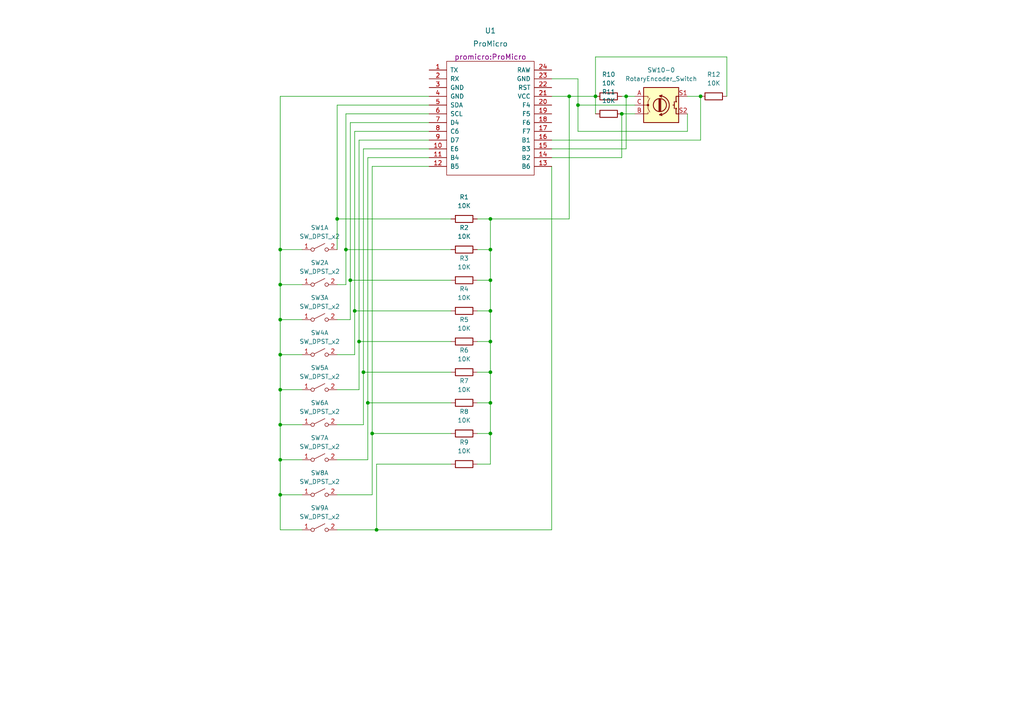
<source format=kicad_sch>
(kicad_sch (version 20211123) (generator eeschema)

  (uuid e63e39d7-6ac0-4ffd-8aa3-1841a4541b55)

  (paper "A4")

  (lib_symbols
    (symbol "Device:R" (pin_numbers hide) (pin_names (offset 0)) (in_bom yes) (on_board yes)
      (property "Reference" "R" (id 0) (at 2.032 0 90)
        (effects (font (size 1.27 1.27)))
      )
      (property "Value" "R" (id 1) (at 0 0 90)
        (effects (font (size 1.27 1.27)))
      )
      (property "Footprint" "" (id 2) (at -1.778 0 90)
        (effects (font (size 1.27 1.27)) hide)
      )
      (property "Datasheet" "~" (id 3) (at 0 0 0)
        (effects (font (size 1.27 1.27)) hide)
      )
      (property "ki_keywords" "R res resistor" (id 4) (at 0 0 0)
        (effects (font (size 1.27 1.27)) hide)
      )
      (property "ki_description" "Resistor" (id 5) (at 0 0 0)
        (effects (font (size 1.27 1.27)) hide)
      )
      (property "ki_fp_filters" "R_*" (id 6) (at 0 0 0)
        (effects (font (size 1.27 1.27)) hide)
      )
      (symbol "R_0_1"
        (rectangle (start -1.016 -2.54) (end 1.016 2.54)
          (stroke (width 0.254) (type default) (color 0 0 0 0))
          (fill (type none))
        )
      )
      (symbol "R_1_1"
        (pin passive line (at 0 3.81 270) (length 1.27)
          (name "~" (effects (font (size 1.27 1.27))))
          (number "1" (effects (font (size 1.27 1.27))))
        )
        (pin passive line (at 0 -3.81 90) (length 1.27)
          (name "~" (effects (font (size 1.27 1.27))))
          (number "2" (effects (font (size 1.27 1.27))))
        )
      )
    )
    (symbol "Device:RotaryEncoder_Switch" (pin_names (offset 0.254) hide) (in_bom yes) (on_board yes)
      (property "Reference" "SW" (id 0) (at 0 6.604 0)
        (effects (font (size 1.27 1.27)))
      )
      (property "Value" "RotaryEncoder_Switch" (id 1) (at 0 -6.604 0)
        (effects (font (size 1.27 1.27)))
      )
      (property "Footprint" "" (id 2) (at -3.81 4.064 0)
        (effects (font (size 1.27 1.27)) hide)
      )
      (property "Datasheet" "~" (id 3) (at 0 6.604 0)
        (effects (font (size 1.27 1.27)) hide)
      )
      (property "ki_keywords" "rotary switch encoder switch push button" (id 4) (at 0 0 0)
        (effects (font (size 1.27 1.27)) hide)
      )
      (property "ki_description" "Rotary encoder, dual channel, incremental quadrate outputs, with switch" (id 5) (at 0 0 0)
        (effects (font (size 1.27 1.27)) hide)
      )
      (property "ki_fp_filters" "RotaryEncoder*Switch*" (id 6) (at 0 0 0)
        (effects (font (size 1.27 1.27)) hide)
      )
      (symbol "RotaryEncoder_Switch_0_1"
        (rectangle (start -5.08 5.08) (end 5.08 -5.08)
          (stroke (width 0.254) (type default) (color 0 0 0 0))
          (fill (type background))
        )
        (circle (center -3.81 0) (radius 0.254)
          (stroke (width 0) (type default) (color 0 0 0 0))
          (fill (type outline))
        )
        (arc (start -0.381 -2.794) (mid 2.3622 -0.0635) (end -0.381 2.667)
          (stroke (width 0.254) (type default) (color 0 0 0 0))
          (fill (type none))
        )
        (circle (center -0.381 0) (radius 1.905)
          (stroke (width 0.254) (type default) (color 0 0 0 0))
          (fill (type none))
        )
        (polyline
          (pts
            (xy -0.635 -1.778)
            (xy -0.635 1.778)
          )
          (stroke (width 0.254) (type default) (color 0 0 0 0))
          (fill (type none))
        )
        (polyline
          (pts
            (xy -0.381 -1.778)
            (xy -0.381 1.778)
          )
          (stroke (width 0.254) (type default) (color 0 0 0 0))
          (fill (type none))
        )
        (polyline
          (pts
            (xy -0.127 1.778)
            (xy -0.127 -1.778)
          )
          (stroke (width 0.254) (type default) (color 0 0 0 0))
          (fill (type none))
        )
        (polyline
          (pts
            (xy 3.81 0)
            (xy 3.429 0)
          )
          (stroke (width 0.254) (type default) (color 0 0 0 0))
          (fill (type none))
        )
        (polyline
          (pts
            (xy 3.81 1.016)
            (xy 3.81 -1.016)
          )
          (stroke (width 0.254) (type default) (color 0 0 0 0))
          (fill (type none))
        )
        (polyline
          (pts
            (xy -5.08 -2.54)
            (xy -3.81 -2.54)
            (xy -3.81 -2.032)
          )
          (stroke (width 0) (type default) (color 0 0 0 0))
          (fill (type none))
        )
        (polyline
          (pts
            (xy -5.08 2.54)
            (xy -3.81 2.54)
            (xy -3.81 2.032)
          )
          (stroke (width 0) (type default) (color 0 0 0 0))
          (fill (type none))
        )
        (polyline
          (pts
            (xy 0.254 -3.048)
            (xy -0.508 -2.794)
            (xy 0.127 -2.413)
          )
          (stroke (width 0.254) (type default) (color 0 0 0 0))
          (fill (type none))
        )
        (polyline
          (pts
            (xy 0.254 2.921)
            (xy -0.508 2.667)
            (xy 0.127 2.286)
          )
          (stroke (width 0.254) (type default) (color 0 0 0 0))
          (fill (type none))
        )
        (polyline
          (pts
            (xy 5.08 -2.54)
            (xy 4.318 -2.54)
            (xy 4.318 -1.016)
          )
          (stroke (width 0.254) (type default) (color 0 0 0 0))
          (fill (type none))
        )
        (polyline
          (pts
            (xy 5.08 2.54)
            (xy 4.318 2.54)
            (xy 4.318 1.016)
          )
          (stroke (width 0.254) (type default) (color 0 0 0 0))
          (fill (type none))
        )
        (polyline
          (pts
            (xy -5.08 0)
            (xy -3.81 0)
            (xy -3.81 -1.016)
            (xy -3.302 -2.032)
          )
          (stroke (width 0) (type default) (color 0 0 0 0))
          (fill (type none))
        )
        (polyline
          (pts
            (xy -4.318 0)
            (xy -3.81 0)
            (xy -3.81 1.016)
            (xy -3.302 2.032)
          )
          (stroke (width 0) (type default) (color 0 0 0 0))
          (fill (type none))
        )
        (circle (center 4.318 -1.016) (radius 0.127)
          (stroke (width 0.254) (type default) (color 0 0 0 0))
          (fill (type none))
        )
        (circle (center 4.318 1.016) (radius 0.127)
          (stroke (width 0.254) (type default) (color 0 0 0 0))
          (fill (type none))
        )
      )
      (symbol "RotaryEncoder_Switch_1_1"
        (pin passive line (at -7.62 2.54 0) (length 2.54)
          (name "A" (effects (font (size 1.27 1.27))))
          (number "A" (effects (font (size 1.27 1.27))))
        )
        (pin passive line (at -7.62 -2.54 0) (length 2.54)
          (name "B" (effects (font (size 1.27 1.27))))
          (number "B" (effects (font (size 1.27 1.27))))
        )
        (pin passive line (at -7.62 0 0) (length 2.54)
          (name "C" (effects (font (size 1.27 1.27))))
          (number "C" (effects (font (size 1.27 1.27))))
        )
        (pin passive line (at 7.62 2.54 180) (length 2.54)
          (name "S1" (effects (font (size 1.27 1.27))))
          (number "S1" (effects (font (size 1.27 1.27))))
        )
        (pin passive line (at 7.62 -2.54 180) (length 2.54)
          (name "S2" (effects (font (size 1.27 1.27))))
          (number "S2" (effects (font (size 1.27 1.27))))
        )
      )
    )
    (symbol "Switch:SW_DPST_x2" (pin_names (offset 0) hide) (in_bom yes) (on_board yes)
      (property "Reference" "SW" (id 0) (at 0 3.175 0)
        (effects (font (size 1.27 1.27)))
      )
      (property "Value" "SW_DPST_x2" (id 1) (at 0 -2.54 0)
        (effects (font (size 1.27 1.27)))
      )
      (property "Footprint" "" (id 2) (at 0 0 0)
        (effects (font (size 1.27 1.27)) hide)
      )
      (property "Datasheet" "~" (id 3) (at 0 0 0)
        (effects (font (size 1.27 1.27)) hide)
      )
      (property "ki_keywords" "switch lever" (id 4) (at 0 0 0)
        (effects (font (size 1.27 1.27)) hide)
      )
      (property "ki_description" "Single Pole Single Throw (SPST) switch, separate symbol" (id 5) (at 0 0 0)
        (effects (font (size 1.27 1.27)) hide)
      )
      (symbol "SW_DPST_x2_0_0"
        (circle (center -2.032 0) (radius 0.508)
          (stroke (width 0) (type default) (color 0 0 0 0))
          (fill (type none))
        )
        (polyline
          (pts
            (xy -1.524 0.254)
            (xy 1.524 1.778)
          )
          (stroke (width 0) (type default) (color 0 0 0 0))
          (fill (type none))
        )
        (circle (center 2.032 0) (radius 0.508)
          (stroke (width 0) (type default) (color 0 0 0 0))
          (fill (type none))
        )
      )
      (symbol "SW_DPST_x2_1_1"
        (pin passive line (at -5.08 0 0) (length 2.54)
          (name "A" (effects (font (size 1.27 1.27))))
          (number "1" (effects (font (size 1.27 1.27))))
        )
        (pin passive line (at 5.08 0 180) (length 2.54)
          (name "B" (effects (font (size 1.27 1.27))))
          (number "2" (effects (font (size 1.27 1.27))))
        )
      )
      (symbol "SW_DPST_x2_2_1"
        (pin passive line (at -5.08 0 0) (length 2.54)
          (name "A" (effects (font (size 1.27 1.27))))
          (number "3" (effects (font (size 1.27 1.27))))
        )
        (pin passive line (at 5.08 0 180) (length 2.54)
          (name "B" (effects (font (size 1.27 1.27))))
          (number "4" (effects (font (size 1.27 1.27))))
        )
      )
    )
    (symbol "promicro:ProMicro" (pin_names (offset 1.016)) (in_bom yes) (on_board yes)
      (property "Reference" "U" (id 0) (at 0 24.13 0)
        (effects (font (size 1.524 1.524)))
      )
      (property "Value" "ProMicro" (id 1) (at 0 -13.97 0)
        (effects (font (size 1.524 1.524)))
      )
      (property "Footprint" "" (id 2) (at 2.54 -26.67 0)
        (effects (font (size 1.524 1.524)))
      )
      (property "Datasheet" "" (id 3) (at 2.54 -26.67 0)
        (effects (font (size 1.524 1.524)))
      )
      (symbol "ProMicro_0_1"
        (rectangle (start -12.7 21.59) (end 12.7 -11.43)
          (stroke (width 0) (type default) (color 0 0 0 0))
          (fill (type none))
        )
      )
      (symbol "ProMicro_1_1"
        (pin bidirectional line (at -17.78 19.05 0) (length 5.08)
          (name "TX" (effects (font (size 1.27 1.27))))
          (number "1" (effects (font (size 1.27 1.27))))
        )
        (pin bidirectional line (at -17.78 -3.81 0) (length 5.08)
          (name "E6" (effects (font (size 1.27 1.27))))
          (number "10" (effects (font (size 1.27 1.27))))
        )
        (pin bidirectional line (at -17.78 -6.35 0) (length 5.08)
          (name "B4" (effects (font (size 1.27 1.27))))
          (number "11" (effects (font (size 1.27 1.27))))
        )
        (pin bidirectional line (at -17.78 -8.89 0) (length 5.08)
          (name "B5" (effects (font (size 1.27 1.27))))
          (number "12" (effects (font (size 1.27 1.27))))
        )
        (pin bidirectional line (at 17.78 -8.89 180) (length 5.08)
          (name "B6" (effects (font (size 1.27 1.27))))
          (number "13" (effects (font (size 1.27 1.27))))
        )
        (pin bidirectional line (at 17.78 -6.35 180) (length 5.08)
          (name "B2" (effects (font (size 1.27 1.27))))
          (number "14" (effects (font (size 1.27 1.27))))
        )
        (pin bidirectional line (at 17.78 -3.81 180) (length 5.08)
          (name "B3" (effects (font (size 1.27 1.27))))
          (number "15" (effects (font (size 1.27 1.27))))
        )
        (pin bidirectional line (at 17.78 -1.27 180) (length 5.08)
          (name "B1" (effects (font (size 1.27 1.27))))
          (number "16" (effects (font (size 1.27 1.27))))
        )
        (pin bidirectional line (at 17.78 1.27 180) (length 5.08)
          (name "F7" (effects (font (size 1.27 1.27))))
          (number "17" (effects (font (size 1.27 1.27))))
        )
        (pin bidirectional line (at 17.78 3.81 180) (length 5.08)
          (name "F6" (effects (font (size 1.27 1.27))))
          (number "18" (effects (font (size 1.27 1.27))))
        )
        (pin bidirectional line (at 17.78 6.35 180) (length 5.08)
          (name "F5" (effects (font (size 1.27 1.27))))
          (number "19" (effects (font (size 1.27 1.27))))
        )
        (pin bidirectional line (at -17.78 16.51 0) (length 5.08)
          (name "RX" (effects (font (size 1.27 1.27))))
          (number "2" (effects (font (size 1.27 1.27))))
        )
        (pin bidirectional line (at 17.78 8.89 180) (length 5.08)
          (name "F4" (effects (font (size 1.27 1.27))))
          (number "20" (effects (font (size 1.27 1.27))))
        )
        (pin power_in line (at 17.78 11.43 180) (length 5.08)
          (name "VCC" (effects (font (size 1.27 1.27))))
          (number "21" (effects (font (size 1.27 1.27))))
        )
        (pin input line (at 17.78 13.97 180) (length 5.08)
          (name "RST" (effects (font (size 1.27 1.27))))
          (number "22" (effects (font (size 1.27 1.27))))
        )
        (pin power_in line (at 17.78 16.51 180) (length 5.08)
          (name "GND" (effects (font (size 1.27 1.27))))
          (number "23" (effects (font (size 1.27 1.27))))
        )
        (pin power_out line (at 17.78 19.05 180) (length 5.08)
          (name "RAW" (effects (font (size 1.27 1.27))))
          (number "24" (effects (font (size 1.27 1.27))))
        )
        (pin power_in line (at -17.78 13.97 0) (length 5.08)
          (name "GND" (effects (font (size 1.27 1.27))))
          (number "3" (effects (font (size 1.27 1.27))))
        )
        (pin power_in line (at -17.78 11.43 0) (length 5.08)
          (name "GND" (effects (font (size 1.27 1.27))))
          (number "4" (effects (font (size 1.27 1.27))))
        )
        (pin bidirectional line (at -17.78 8.89 0) (length 5.08)
          (name "SDA" (effects (font (size 1.27 1.27))))
          (number "5" (effects (font (size 1.27 1.27))))
        )
        (pin bidirectional line (at -17.78 6.35 0) (length 5.08)
          (name "SCL" (effects (font (size 1.27 1.27))))
          (number "6" (effects (font (size 1.27 1.27))))
        )
        (pin bidirectional line (at -17.78 3.81 0) (length 5.08)
          (name "D4" (effects (font (size 1.27 1.27))))
          (number "7" (effects (font (size 1.27 1.27))))
        )
        (pin bidirectional line (at -17.78 1.27 0) (length 5.08)
          (name "C6" (effects (font (size 1.27 1.27))))
          (number "8" (effects (font (size 1.27 1.27))))
        )
        (pin bidirectional line (at -17.78 -1.27 0) (length 5.08)
          (name "D7" (effects (font (size 1.27 1.27))))
          (number "9" (effects (font (size 1.27 1.27))))
        )
      )
    )
  )

  (junction (at 81.28 72.39) (diameter 0) (color 0 0 0 0)
    (uuid 0f379501-dbfe-46ba-b48f-3144e3d40e31)
  )
  (junction (at 81.28 113.03) (diameter 0) (color 0 0 0 0)
    (uuid 100714f2-46d2-4fe8-983c-b966d5be805f)
  )
  (junction (at 100.33 72.39) (diameter 0) (color 0 0 0 0)
    (uuid 1b758ff6-2632-492f-978c-96ed63d316f5)
  )
  (junction (at 81.28 82.55) (diameter 0) (color 0 0 0 0)
    (uuid 1ba69eb5-48fc-41fa-9c9e-17c417037982)
  )
  (junction (at 107.95 125.73) (diameter 0) (color 0 0 0 0)
    (uuid 22aba72c-02db-47ed-9ff7-85375ce8975c)
  )
  (junction (at 81.28 102.87) (diameter 0) (color 0 0 0 0)
    (uuid 25f5d96e-7056-4dd6-ab4e-87e3b2edc0e3)
  )
  (junction (at 203.2 27.94) (diameter 0) (color 0 0 0 0)
    (uuid 273425be-f7ba-4db1-aa79-f06e767cfae1)
  )
  (junction (at 106.68 116.84) (diameter 0) (color 0 0 0 0)
    (uuid 28fbd935-d191-4eaa-9e70-938fbe9cfe38)
  )
  (junction (at 142.24 81.28) (diameter 0) (color 0 0 0 0)
    (uuid 29c1570b-e9fb-4f6e-961c-18d54d635d31)
  )
  (junction (at 142.24 116.84) (diameter 0) (color 0 0 0 0)
    (uuid 3347ec42-a529-44b1-91a2-1e95bebfce25)
  )
  (junction (at 142.24 107.95) (diameter 0) (color 0 0 0 0)
    (uuid 3382af61-6965-4d48-bd3e-57079d6e92f1)
  )
  (junction (at 167.64 30.48) (diameter 0) (color 0 0 0 0)
    (uuid 49b2453e-2f99-4524-a116-4d745bc891c4)
  )
  (junction (at 97.79 63.5) (diameter 0) (color 0 0 0 0)
    (uuid 49d69692-8373-423b-8dad-0dd3fc5bb170)
  )
  (junction (at 142.24 63.5) (diameter 0) (color 0 0 0 0)
    (uuid 55bb8334-48d9-4784-b2e1-84f98574185a)
  )
  (junction (at 102.87 90.17) (diameter 0) (color 0 0 0 0)
    (uuid 5bc4f9f7-36f7-46f4-82da-6ed4101b5bfb)
  )
  (junction (at 172.72 27.94) (diameter 0) (color 0 0 0 0)
    (uuid 66225c18-3a77-40df-8891-9785bbb6f8d0)
  )
  (junction (at 180.34 33.02) (diameter 0) (color 0 0 0 0)
    (uuid 6c04f682-2e74-4a5e-98f7-6234c9493af6)
  )
  (junction (at 109.22 153.67) (diameter 0) (color 0 0 0 0)
    (uuid 6d42e35c-ebe2-4214-b717-a283c8bacf1a)
  )
  (junction (at 101.6 81.28) (diameter 0) (color 0 0 0 0)
    (uuid 72419c2e-2587-4d8b-b47b-53b0ee5ee47b)
  )
  (junction (at 81.28 133.35) (diameter 0) (color 0 0 0 0)
    (uuid 86ed88ec-dfeb-4d02-b0f8-15627cbb4282)
  )
  (junction (at 142.24 125.73) (diameter 0) (color 0 0 0 0)
    (uuid 996a6864-483d-43ba-9e2d-58ca89a16293)
  )
  (junction (at 142.24 90.17) (diameter 0) (color 0 0 0 0)
    (uuid 9e5806d1-7ab9-4c0e-90c4-3b5eac55b835)
  )
  (junction (at 81.28 92.71) (diameter 0) (color 0 0 0 0)
    (uuid ae738c3e-46f0-4c67-891a-9c341a1f005a)
  )
  (junction (at 142.24 99.06) (diameter 0) (color 0 0 0 0)
    (uuid b0bb1726-f239-434b-9021-eff838be9153)
  )
  (junction (at 81.28 123.19) (diameter 0) (color 0 0 0 0)
    (uuid b1f3fa0d-0825-487e-b682-c22c21aa3bb1)
  )
  (junction (at 81.28 143.51) (diameter 0) (color 0 0 0 0)
    (uuid c1b39780-cf6b-44eb-8a62-13dfb1924565)
  )
  (junction (at 105.41 107.95) (diameter 0) (color 0 0 0 0)
    (uuid d0f64a27-5d00-45c3-8057-f30e7d9b6a78)
  )
  (junction (at 104.14 99.06) (diameter 0) (color 0 0 0 0)
    (uuid e1e8c73a-f328-4e68-8158-83b8afa834ee)
  )
  (junction (at 181.61 27.94) (diameter 0) (color 0 0 0 0)
    (uuid eaec849c-2851-496e-881c-35a173c2a609)
  )
  (junction (at 142.24 72.39) (diameter 0) (color 0 0 0 0)
    (uuid eec0a482-a605-497d-92b7-85ceff77df3a)
  )
  (junction (at 165.1 27.94) (diameter 0) (color 0 0 0 0)
    (uuid f8c2bdc8-0f14-44b8-96a1-6b3ede9c5b64)
  )

  (wire (pts (xy 81.28 102.87) (xy 87.63 102.87))
    (stroke (width 0) (type default) (color 0 0 0 0))
    (uuid 0b0bf0e4-2786-480b-a7e8-8d03dfc027b0)
  )
  (wire (pts (xy 81.28 27.94) (xy 81.28 72.39))
    (stroke (width 0) (type default) (color 0 0 0 0))
    (uuid 0d47398f-8878-4275-924e-347919564fd6)
  )
  (wire (pts (xy 160.02 27.94) (xy 165.1 27.94))
    (stroke (width 0) (type default) (color 0 0 0 0))
    (uuid 0e63b972-d5c8-477d-a940-5d00a51bfd6f)
  )
  (wire (pts (xy 124.46 40.64) (xy 104.14 40.64))
    (stroke (width 0) (type default) (color 0 0 0 0))
    (uuid 0f171598-2f34-4ff9-b7ea-150b033c8580)
  )
  (wire (pts (xy 142.24 107.95) (xy 138.43 107.95))
    (stroke (width 0) (type default) (color 0 0 0 0))
    (uuid 16ea7251-4ceb-4b47-9fbb-1d53c9e33225)
  )
  (wire (pts (xy 106.68 45.72) (xy 106.68 116.84))
    (stroke (width 0) (type default) (color 0 0 0 0))
    (uuid 182f6f77-a9fe-4c14-b7d9-d5c831af7189)
  )
  (wire (pts (xy 130.81 99.06) (xy 104.14 99.06))
    (stroke (width 0) (type default) (color 0 0 0 0))
    (uuid 19f98502-c2bd-4803-b464-bc8246d1d53b)
  )
  (wire (pts (xy 142.24 90.17) (xy 142.24 99.06))
    (stroke (width 0) (type default) (color 0 0 0 0))
    (uuid 20a148a4-15a7-420c-bdc3-2f95998fbb83)
  )
  (wire (pts (xy 203.2 40.64) (xy 160.02 40.64))
    (stroke (width 0) (type default) (color 0 0 0 0))
    (uuid 216dc44c-ceef-4d91-9cc5-f60b3122b7c2)
  )
  (wire (pts (xy 142.24 72.39) (xy 142.24 81.28))
    (stroke (width 0) (type default) (color 0 0 0 0))
    (uuid 22f3eb59-fb1b-448c-9ffb-29f669c671a7)
  )
  (wire (pts (xy 142.24 99.06) (xy 138.43 99.06))
    (stroke (width 0) (type default) (color 0 0 0 0))
    (uuid 2342f66d-47aa-4805-8305-bf5f6376bbad)
  )
  (wire (pts (xy 160.02 43.18) (xy 181.61 43.18))
    (stroke (width 0) (type default) (color 0 0 0 0))
    (uuid 2403b032-669d-452b-9e80-9b5bf117cbe6)
  )
  (wire (pts (xy 142.24 90.17) (xy 138.43 90.17))
    (stroke (width 0) (type default) (color 0 0 0 0))
    (uuid 24ab3db3-4bf8-4642-afe6-567746197d2d)
  )
  (wire (pts (xy 142.24 125.73) (xy 138.43 125.73))
    (stroke (width 0) (type default) (color 0 0 0 0))
    (uuid 2636e430-26f7-400f-a22c-1fc1a0b8b371)
  )
  (wire (pts (xy 124.46 45.72) (xy 106.68 45.72))
    (stroke (width 0) (type default) (color 0 0 0 0))
    (uuid 26bd3944-22a4-4489-972b-4130b55b2c67)
  )
  (wire (pts (xy 160.02 22.86) (xy 167.64 22.86))
    (stroke (width 0) (type default) (color 0 0 0 0))
    (uuid 28398cb5-fef2-41eb-a21c-bee9a02733ab)
  )
  (wire (pts (xy 107.95 125.73) (xy 107.95 143.51))
    (stroke (width 0) (type default) (color 0 0 0 0))
    (uuid 29495647-b531-400c-a4ca-7041f55e5364)
  )
  (wire (pts (xy 130.81 134.62) (xy 109.22 134.62))
    (stroke (width 0) (type default) (color 0 0 0 0))
    (uuid 2d680df1-78b8-4108-85fd-89197dcf450e)
  )
  (wire (pts (xy 81.28 123.19) (xy 87.63 123.19))
    (stroke (width 0) (type default) (color 0 0 0 0))
    (uuid 2db00a1a-bce0-4569-8496-997763523885)
  )
  (wire (pts (xy 160.02 153.67) (xy 109.22 153.67))
    (stroke (width 0) (type default) (color 0 0 0 0))
    (uuid 2e1f98d4-071c-4d57-abe0-66ca767b249b)
  )
  (wire (pts (xy 109.22 153.67) (xy 97.79 153.67))
    (stroke (width 0) (type default) (color 0 0 0 0))
    (uuid 2f484fef-00fa-43b9-a4dd-db5c1c5f433b)
  )
  (wire (pts (xy 81.28 82.55) (xy 81.28 92.71))
    (stroke (width 0) (type default) (color 0 0 0 0))
    (uuid 31337735-4f46-4695-a865-9a474f3468c1)
  )
  (wire (pts (xy 124.46 27.94) (xy 81.28 27.94))
    (stroke (width 0) (type default) (color 0 0 0 0))
    (uuid 346203ad-8d3c-41b3-be09-dc03c501cb6a)
  )
  (wire (pts (xy 104.14 99.06) (xy 104.14 113.03))
    (stroke (width 0) (type default) (color 0 0 0 0))
    (uuid 35eca401-17b8-4ffe-a8d6-ec409d9ee5cb)
  )
  (wire (pts (xy 106.68 133.35) (xy 97.79 133.35))
    (stroke (width 0) (type default) (color 0 0 0 0))
    (uuid 396db613-efc7-4447-bde9-69d172eacc36)
  )
  (wire (pts (xy 124.46 48.26) (xy 107.95 48.26))
    (stroke (width 0) (type default) (color 0 0 0 0))
    (uuid 39ccd2f3-53c3-414a-a7d9-64040c6a6989)
  )
  (wire (pts (xy 109.22 134.62) (xy 109.22 153.67))
    (stroke (width 0) (type default) (color 0 0 0 0))
    (uuid 3d66a48e-ea93-4bbd-b659-2e4af10d3e4e)
  )
  (wire (pts (xy 101.6 92.71) (xy 97.79 92.71))
    (stroke (width 0) (type default) (color 0 0 0 0))
    (uuid 3e83b1a8-d800-4b89-a368-ba6b2517a5e2)
  )
  (wire (pts (xy 142.24 63.5) (xy 142.24 72.39))
    (stroke (width 0) (type default) (color 0 0 0 0))
    (uuid 3fcc725a-211f-4292-86b5-468f7d1ec9eb)
  )
  (wire (pts (xy 181.61 27.94) (xy 181.61 43.18))
    (stroke (width 0) (type default) (color 0 0 0 0))
    (uuid 44b63989-578a-4baa-b0b0-8788431e3f25)
  )
  (wire (pts (xy 142.24 116.84) (xy 138.43 116.84))
    (stroke (width 0) (type default) (color 0 0 0 0))
    (uuid 491919d9-815c-4b25-8deb-e7da7f70ec69)
  )
  (wire (pts (xy 142.24 107.95) (xy 142.24 116.84))
    (stroke (width 0) (type default) (color 0 0 0 0))
    (uuid 4c589b5a-faa0-46a3-b074-a25e6ca23bc2)
  )
  (wire (pts (xy 130.81 90.17) (xy 102.87 90.17))
    (stroke (width 0) (type default) (color 0 0 0 0))
    (uuid 4d6ec750-3206-4639-8ccc-a247fce34c1a)
  )
  (wire (pts (xy 142.24 125.73) (xy 142.24 134.62))
    (stroke (width 0) (type default) (color 0 0 0 0))
    (uuid 4e0075f4-41b2-47ed-a74a-3a8a3128b27e)
  )
  (wire (pts (xy 81.28 133.35) (xy 81.28 143.51))
    (stroke (width 0) (type default) (color 0 0 0 0))
    (uuid 4f6643b2-c971-4fa7-9c1b-5b83a5cb095c)
  )
  (wire (pts (xy 124.46 30.48) (xy 97.79 30.48))
    (stroke (width 0) (type default) (color 0 0 0 0))
    (uuid 506d824a-d9f4-4cdd-a7da-a942311f38a6)
  )
  (wire (pts (xy 180.34 33.02) (xy 184.15 33.02))
    (stroke (width 0) (type default) (color 0 0 0 0))
    (uuid 522d64a7-12e1-4f93-938c-71bc11a8f673)
  )
  (wire (pts (xy 130.81 125.73) (xy 107.95 125.73))
    (stroke (width 0) (type default) (color 0 0 0 0))
    (uuid 53f4504c-ff6c-46c6-bd11-01e97929bf28)
  )
  (wire (pts (xy 160.02 48.26) (xy 160.02 153.67))
    (stroke (width 0) (type default) (color 0 0 0 0))
    (uuid 5545dac3-ca33-41b2-a747-961cdd986c16)
  )
  (wire (pts (xy 124.46 43.18) (xy 105.41 43.18))
    (stroke (width 0) (type default) (color 0 0 0 0))
    (uuid 57868cdf-2e40-4a52-ba54-0c4ebd620d38)
  )
  (wire (pts (xy 124.46 33.02) (xy 100.33 33.02))
    (stroke (width 0) (type default) (color 0 0 0 0))
    (uuid 5821df74-733b-4266-b918-8d568979e41a)
  )
  (wire (pts (xy 97.79 63.5) (xy 97.79 72.39))
    (stroke (width 0) (type default) (color 0 0 0 0))
    (uuid 5c91847a-1797-41df-a9a0-980e75d75449)
  )
  (wire (pts (xy 180.34 33.02) (xy 180.34 45.72))
    (stroke (width 0) (type default) (color 0 0 0 0))
    (uuid 5d8c5a12-be1a-4ab8-8999-1d75e1cbd842)
  )
  (wire (pts (xy 102.87 102.87) (xy 97.79 102.87))
    (stroke (width 0) (type default) (color 0 0 0 0))
    (uuid 6318fc27-c391-4fde-975c-3ea2104a6f3b)
  )
  (wire (pts (xy 142.24 81.28) (xy 138.43 81.28))
    (stroke (width 0) (type default) (color 0 0 0 0))
    (uuid 6609aaa0-871f-4933-8162-0cc8ffaa98d7)
  )
  (wire (pts (xy 81.28 72.39) (xy 81.28 82.55))
    (stroke (width 0) (type default) (color 0 0 0 0))
    (uuid 6742b134-6982-4dc2-be8d-32711cd44456)
  )
  (wire (pts (xy 97.79 63.5) (xy 130.81 63.5))
    (stroke (width 0) (type default) (color 0 0 0 0))
    (uuid 674af07a-650d-4514-bf09-da429f890f3b)
  )
  (wire (pts (xy 105.41 123.19) (xy 97.79 123.19))
    (stroke (width 0) (type default) (color 0 0 0 0))
    (uuid 6de7ffc4-55b5-47d3-b996-66620e13fc8c)
  )
  (wire (pts (xy 165.1 27.94) (xy 172.72 27.94))
    (stroke (width 0) (type default) (color 0 0 0 0))
    (uuid 6fee9d9c-f0c8-4edf-980b-473836d5c178)
  )
  (wire (pts (xy 167.64 38.1) (xy 199.39 38.1))
    (stroke (width 0) (type default) (color 0 0 0 0))
    (uuid 75156c9f-afa5-4a38-a408-1025512da63d)
  )
  (wire (pts (xy 180.34 45.72) (xy 160.02 45.72))
    (stroke (width 0) (type default) (color 0 0 0 0))
    (uuid 7806c353-cc7d-46f9-a09b-7740aed099b7)
  )
  (wire (pts (xy 165.1 63.5) (xy 142.24 63.5))
    (stroke (width 0) (type default) (color 0 0 0 0))
    (uuid 78d88c1f-eebc-4e38-b7b8-559a12c2b5ca)
  )
  (wire (pts (xy 199.39 27.94) (xy 203.2 27.94))
    (stroke (width 0) (type default) (color 0 0 0 0))
    (uuid 7904c9d5-576c-48ae-9dd5-f0b1e57cad38)
  )
  (wire (pts (xy 180.34 27.94) (xy 181.61 27.94))
    (stroke (width 0) (type default) (color 0 0 0 0))
    (uuid 799d2c93-c7a9-4e9e-a865-945f69b6d841)
  )
  (wire (pts (xy 104.14 40.64) (xy 104.14 99.06))
    (stroke (width 0) (type default) (color 0 0 0 0))
    (uuid 7e793fbe-c7f8-47a8-8847-8269e1834c4d)
  )
  (wire (pts (xy 165.1 27.94) (xy 165.1 63.5))
    (stroke (width 0) (type default) (color 0 0 0 0))
    (uuid 801a4ecd-c64a-4877-9a77-4ea5c46af21a)
  )
  (wire (pts (xy 130.81 107.95) (xy 105.41 107.95))
    (stroke (width 0) (type default) (color 0 0 0 0))
    (uuid 80e05bee-3791-49ea-8281-d5bf009b37c6)
  )
  (wire (pts (xy 142.24 81.28) (xy 142.24 90.17))
    (stroke (width 0) (type default) (color 0 0 0 0))
    (uuid 86054861-84da-43eb-b5e5-b3bd4a6712a2)
  )
  (wire (pts (xy 81.28 82.55) (xy 87.63 82.55))
    (stroke (width 0) (type default) (color 0 0 0 0))
    (uuid 86f153bf-8309-4695-97bc-13bfcec126cd)
  )
  (wire (pts (xy 81.28 92.71) (xy 87.63 92.71))
    (stroke (width 0) (type default) (color 0 0 0 0))
    (uuid 87b931f7-8c23-47e4-9b65-05ff613e257e)
  )
  (wire (pts (xy 81.28 143.51) (xy 81.28 153.67))
    (stroke (width 0) (type default) (color 0 0 0 0))
    (uuid 89f89922-8a25-4f41-b376-4a430d643bff)
  )
  (wire (pts (xy 142.24 134.62) (xy 138.43 134.62))
    (stroke (width 0) (type default) (color 0 0 0 0))
    (uuid 8cd5294a-40c8-4e9c-8adf-d3aa6f3d2ff7)
  )
  (wire (pts (xy 81.28 113.03) (xy 87.63 113.03))
    (stroke (width 0) (type default) (color 0 0 0 0))
    (uuid 976f06db-51f3-4b51-8c64-4b7f2db90d1d)
  )
  (wire (pts (xy 124.46 35.56) (xy 101.6 35.56))
    (stroke (width 0) (type default) (color 0 0 0 0))
    (uuid 997da491-5841-4fb9-b7ef-e1ef3e7febd6)
  )
  (wire (pts (xy 142.24 99.06) (xy 142.24 107.95))
    (stroke (width 0) (type default) (color 0 0 0 0))
    (uuid 99f342cf-969b-4367-bffa-fe018202f483)
  )
  (wire (pts (xy 102.87 38.1) (xy 102.87 90.17))
    (stroke (width 0) (type default) (color 0 0 0 0))
    (uuid 9c3c7f03-e50a-469e-a25f-8ae9048d1c0b)
  )
  (wire (pts (xy 81.28 123.19) (xy 81.28 133.35))
    (stroke (width 0) (type default) (color 0 0 0 0))
    (uuid a122b7d9-93e9-4043-96b9-e1797d98d57b)
  )
  (wire (pts (xy 105.41 43.18) (xy 105.41 107.95))
    (stroke (width 0) (type default) (color 0 0 0 0))
    (uuid a41f20b6-53be-427d-bceb-7fb6c931b4c8)
  )
  (wire (pts (xy 172.72 16.51) (xy 210.82 16.51))
    (stroke (width 0) (type default) (color 0 0 0 0))
    (uuid ad11c50c-9253-4883-a0cd-60197d979d9a)
  )
  (wire (pts (xy 101.6 35.56) (xy 101.6 81.28))
    (stroke (width 0) (type default) (color 0 0 0 0))
    (uuid aec6b8ae-ccd4-4d04-bb63-f1d6dc9cb9a3)
  )
  (wire (pts (xy 81.28 153.67) (xy 87.63 153.67))
    (stroke (width 0) (type default) (color 0 0 0 0))
    (uuid aff23d79-5331-458e-b07a-e81aeefcf5c0)
  )
  (wire (pts (xy 167.64 30.48) (xy 167.64 38.1))
    (stroke (width 0) (type default) (color 0 0 0 0))
    (uuid b2156eca-3cac-441f-8049-7b30b5325559)
  )
  (wire (pts (xy 100.33 72.39) (xy 100.33 82.55))
    (stroke (width 0) (type default) (color 0 0 0 0))
    (uuid b49a5771-d751-4f33-abb8-740eea7b3fec)
  )
  (wire (pts (xy 104.14 113.03) (xy 97.79 113.03))
    (stroke (width 0) (type default) (color 0 0 0 0))
    (uuid b946859f-5e1c-4d91-a585-1e7719201153)
  )
  (wire (pts (xy 142.24 116.84) (xy 142.24 125.73))
    (stroke (width 0) (type default) (color 0 0 0 0))
    (uuid bb79f162-4ed6-43b7-bc37-7eb266d8a212)
  )
  (wire (pts (xy 81.28 92.71) (xy 81.28 102.87))
    (stroke (width 0) (type default) (color 0 0 0 0))
    (uuid bd4d13db-4a47-4d21-8d1b-bbe8ebbf485d)
  )
  (wire (pts (xy 107.95 48.26) (xy 107.95 125.73))
    (stroke (width 0) (type default) (color 0 0 0 0))
    (uuid bf216fe4-caa4-430e-a3fe-907cc675f0b9)
  )
  (wire (pts (xy 81.28 113.03) (xy 81.28 123.19))
    (stroke (width 0) (type default) (color 0 0 0 0))
    (uuid c082d3f7-f4ac-4161-9d26-68da5ee92565)
  )
  (wire (pts (xy 203.2 27.94) (xy 203.2 40.64))
    (stroke (width 0) (type default) (color 0 0 0 0))
    (uuid c1c7e22b-a9cc-4902-a876-fb1745ecc2fe)
  )
  (wire (pts (xy 167.64 30.48) (xy 184.15 30.48))
    (stroke (width 0) (type default) (color 0 0 0 0))
    (uuid c38c7f5e-5dfc-4398-9004-4012560590ce)
  )
  (wire (pts (xy 97.79 30.48) (xy 97.79 63.5))
    (stroke (width 0) (type default) (color 0 0 0 0))
    (uuid ce99d27b-ed8d-431c-b51f-0364dcb0052b)
  )
  (wire (pts (xy 105.41 107.95) (xy 105.41 123.19))
    (stroke (width 0) (type default) (color 0 0 0 0))
    (uuid d4a3cf10-dd99-4ac3-9a45-87a968bb862f)
  )
  (wire (pts (xy 199.39 38.1) (xy 199.39 33.02))
    (stroke (width 0) (type default) (color 0 0 0 0))
    (uuid d727d6b2-0c49-48bd-8390-9d0294650f3e)
  )
  (wire (pts (xy 130.81 72.39) (xy 100.33 72.39))
    (stroke (width 0) (type default) (color 0 0 0 0))
    (uuid d7887f60-6b61-49ac-b77a-cbefdb2aba59)
  )
  (wire (pts (xy 124.46 38.1) (xy 102.87 38.1))
    (stroke (width 0) (type default) (color 0 0 0 0))
    (uuid d9b8b231-5e21-4331-851f-e7ac0ffd774d)
  )
  (wire (pts (xy 106.68 116.84) (xy 106.68 133.35))
    (stroke (width 0) (type default) (color 0 0 0 0))
    (uuid d9e8773b-5b61-4711-a57b-2de229b32dd0)
  )
  (wire (pts (xy 100.33 82.55) (xy 97.79 82.55))
    (stroke (width 0) (type default) (color 0 0 0 0))
    (uuid dd8eb69c-e1b5-46f1-85fc-ccfd7041ff56)
  )
  (wire (pts (xy 172.72 27.94) (xy 172.72 33.02))
    (stroke (width 0) (type default) (color 0 0 0 0))
    (uuid df1b9547-20e8-4a89-9626-8ba4878239f5)
  )
  (wire (pts (xy 81.28 143.51) (xy 87.63 143.51))
    (stroke (width 0) (type default) (color 0 0 0 0))
    (uuid df7b9c91-769e-4ca7-95d3-c0171979a465)
  )
  (wire (pts (xy 101.6 81.28) (xy 101.6 92.71))
    (stroke (width 0) (type default) (color 0 0 0 0))
    (uuid e04934b3-7d88-4ed9-9cbd-696d5b14f11c)
  )
  (wire (pts (xy 100.33 33.02) (xy 100.33 72.39))
    (stroke (width 0) (type default) (color 0 0 0 0))
    (uuid e42d0f9a-9aa2-46ce-a0f2-4718fb21e1b3)
  )
  (wire (pts (xy 167.64 22.86) (xy 167.64 30.48))
    (stroke (width 0) (type default) (color 0 0 0 0))
    (uuid e4765ed5-a9f4-4212-a826-059a229941f9)
  )
  (wire (pts (xy 81.28 72.39) (xy 87.63 72.39))
    (stroke (width 0) (type default) (color 0 0 0 0))
    (uuid e47bd26f-c02f-4d1c-8e94-e83f6f84f1c9)
  )
  (wire (pts (xy 107.95 143.51) (xy 97.79 143.51))
    (stroke (width 0) (type default) (color 0 0 0 0))
    (uuid e4da6796-44f7-473e-92fe-93082aa86587)
  )
  (wire (pts (xy 181.61 27.94) (xy 184.15 27.94))
    (stroke (width 0) (type default) (color 0 0 0 0))
    (uuid e4f09061-c10b-4df8-b1d1-644ebb00c32f)
  )
  (wire (pts (xy 142.24 72.39) (xy 138.43 72.39))
    (stroke (width 0) (type default) (color 0 0 0 0))
    (uuid e5798807-2deb-4627-a36a-61321e94debe)
  )
  (wire (pts (xy 172.72 27.94) (xy 172.72 16.51))
    (stroke (width 0) (type default) (color 0 0 0 0))
    (uuid e702019d-093b-4086-a6ef-40927aef3bc3)
  )
  (wire (pts (xy 102.87 90.17) (xy 102.87 102.87))
    (stroke (width 0) (type default) (color 0 0 0 0))
    (uuid eaf0f108-32c6-4c63-a20a-a3c4707b3582)
  )
  (wire (pts (xy 81.28 102.87) (xy 81.28 113.03))
    (stroke (width 0) (type default) (color 0 0 0 0))
    (uuid eed4abf1-e755-4141-aa35-a4748834c597)
  )
  (wire (pts (xy 81.28 133.35) (xy 87.63 133.35))
    (stroke (width 0) (type default) (color 0 0 0 0))
    (uuid f0b5d420-62d4-47dd-b411-bf11adeccb5d)
  )
  (wire (pts (xy 210.82 16.51) (xy 210.82 27.94))
    (stroke (width 0) (type default) (color 0 0 0 0))
    (uuid f250d4e5-f98e-4697-9922-3f1e3e324985)
  )
  (wire (pts (xy 130.81 81.28) (xy 101.6 81.28))
    (stroke (width 0) (type default) (color 0 0 0 0))
    (uuid f2ca7275-7a04-40d6-bd84-c358d466273d)
  )
  (wire (pts (xy 142.24 63.5) (xy 138.43 63.5))
    (stroke (width 0) (type default) (color 0 0 0 0))
    (uuid f6f2bfe2-49a3-4fa2-b8c5-133c883539d2)
  )
  (wire (pts (xy 130.81 116.84) (xy 106.68 116.84))
    (stroke (width 0) (type default) (color 0 0 0 0))
    (uuid f741c206-231e-4cf5-b4eb-679a48093ad8)
  )

  (symbol (lib_id "Switch:SW_DPST_x2") (at 92.71 92.71 0) (unit 1)
    (in_bom yes) (on_board yes) (fields_autoplaced)
    (uuid 03f59ee1-cc4a-487d-a054-fcc99e1adc89)
    (property "Reference" "SW3" (id 0) (at 92.71 86.36 0))
    (property "Value" "SW_DPST_x2" (id 1) (at 92.71 88.9 0))
    (property "Footprint" "MX_Only:MXOnly-1U-Hotswap" (id 2) (at 92.71 92.71 0)
      (effects (font (size 1.27 1.27)) hide)
    )
    (property "Datasheet" "~" (id 3) (at 92.71 92.71 0)
      (effects (font (size 1.27 1.27)) hide)
    )
    (pin "1" (uuid be4acbd1-f368-44d8-b8a5-0e2ad8f43dc6))
    (pin "2" (uuid 07fd4603-ae50-499d-b347-88323eb40479))
  )

  (symbol (lib_id "Switch:SW_DPST_x2") (at 92.71 153.67 0) (unit 1)
    (in_bom yes) (on_board yes)
    (uuid 1075f736-0c6d-467e-9d4a-24d70bd5fbd6)
    (property "Reference" "SW9" (id 0) (at 92.71 147.32 0))
    (property "Value" "SW_DPST_x2" (id 1) (at 92.71 149.86 0))
    (property "Footprint" "MX_Only:MXOnly-1U-Hotswap" (id 2) (at 92.71 153.67 0)
      (effects (font (size 1.27 1.27)) hide)
    )
    (property "Datasheet" "~" (id 3) (at 92.71 153.67 0)
      (effects (font (size 1.27 1.27)) hide)
    )
    (pin "1" (uuid 47b8c66f-fcaf-4b7d-9de9-4f43518343cc))
    (pin "2" (uuid 8eadff55-da08-47d5-94e7-de54097ac339))
  )

  (symbol (lib_id "Switch:SW_DPST_x2") (at 92.71 123.19 0) (unit 1)
    (in_bom yes) (on_board yes) (fields_autoplaced)
    (uuid 11c2238a-4d99-4898-8065-e343d710988f)
    (property "Reference" "SW6" (id 0) (at 92.71 116.84 0))
    (property "Value" "SW_DPST_x2" (id 1) (at 92.71 119.38 0))
    (property "Footprint" "MX_Only:MXOnly-1U-Hotswap" (id 2) (at 92.71 123.19 0)
      (effects (font (size 1.27 1.27)) hide)
    )
    (property "Datasheet" "~" (id 3) (at 92.71 123.19 0)
      (effects (font (size 1.27 1.27)) hide)
    )
    (pin "1" (uuid 610491a4-2223-427b-8a08-577c066ad486))
    (pin "2" (uuid 40889b9c-fae6-406f-8e89-eb9d24204ec0))
  )

  (symbol (lib_id "promicro:ProMicro") (at 142.24 39.37 0) (unit 1)
    (in_bom yes) (on_board yes) (fields_autoplaced)
    (uuid 162e679a-2bab-4e07-aece-6f003e6ec8e7)
    (property "Reference" "U1" (id 0) (at 142.24 8.89 0)
      (effects (font (size 1.524 1.524)))
    )
    (property "Value" "ProMicro" (id 1) (at 142.24 12.7 0)
      (effects (font (size 1.524 1.524)))
    )
    (property "Footprint" "promicro:ProMicro" (id 2) (at 142.24 16.51 0)
      (effects (font (size 1.524 1.524)))
    )
    (property "Datasheet" "" (id 3) (at 144.78 66.04 0)
      (effects (font (size 1.524 1.524)))
    )
    (pin "1" (uuid 48052503-9e93-4349-b44b-b72c0822271b))
    (pin "10" (uuid 34c22a5b-bd23-40ab-9982-6d3728b6aff0))
    (pin "11" (uuid 1958067b-3dde-4531-9e91-cfffbd8b14d4))
    (pin "12" (uuid a05bdbd5-f251-4240-8876-fb917c1747fa))
    (pin "13" (uuid 7f66aea3-714f-43bf-9b5f-46e9f67f0d91))
    (pin "14" (uuid ab988359-f3c0-42be-9e0b-854607a22d0f))
    (pin "15" (uuid a65754e5-57c7-4a1c-a91e-6e613ee65e23))
    (pin "16" (uuid 3a3a4d19-584a-4bae-be66-b450ce6c1976))
    (pin "17" (uuid 0864a3ca-1488-427a-b88c-917076976260))
    (pin "18" (uuid 8d911881-1831-4437-9bd7-c691b70f3f37))
    (pin "19" (uuid 1e03b299-3da3-4bf6-825f-008bad2d05d5))
    (pin "2" (uuid 8ebd22bf-a254-4504-8931-952dc6be8dde))
    (pin "20" (uuid 09aa5972-750d-4848-89a7-2cddfca03a72))
    (pin "21" (uuid ebe0a29c-7563-4edb-ad0d-98d358134fa1))
    (pin "22" (uuid 3c4d6e7e-0cb0-4c0c-a45b-abaaa14bd919))
    (pin "23" (uuid 279ade2c-1fd4-4d7c-b8f8-e45837da31ce))
    (pin "24" (uuid 8fc07a83-d181-44f4-94c9-475fdfe608ad))
    (pin "3" (uuid 87d2791d-c6a3-4010-ac2e-d091dac0be18))
    (pin "4" (uuid 3b416fec-bb2b-4879-850f-734d9e72c757))
    (pin "5" (uuid bc1eb98e-ee9b-4bd5-83d4-6bb458f34d3f))
    (pin "6" (uuid f1c8416f-435b-4ac8-8df5-bfa42435d1f9))
    (pin "7" (uuid 6e19870e-7620-4396-8c9e-7ff1f8d80702))
    (pin "8" (uuid 367c4d06-7091-491c-bd8d-fbe085471a4a))
    (pin "9" (uuid 89f9dd7e-1d49-410c-ad4f-763dc5a1219b))
  )

  (symbol (lib_id "Device:R") (at 176.53 27.94 90) (unit 1)
    (in_bom yes) (on_board yes) (fields_autoplaced)
    (uuid 1d723395-7676-42e3-9857-9794988aa5a9)
    (property "Reference" "R10" (id 0) (at 176.53 21.59 90))
    (property "Value" "10K" (id 1) (at 176.53 24.13 90))
    (property "Footprint" "Resistor_SMD:R_0805_2012Metric" (id 2) (at 176.53 29.718 90)
      (effects (font (size 1.27 1.27)) hide)
    )
    (property "Datasheet" "~" (id 3) (at 176.53 27.94 0)
      (effects (font (size 1.27 1.27)) hide)
    )
    (pin "1" (uuid 28ec8212-90cc-472a-be6e-8314326c4849))
    (pin "2" (uuid 69d1715b-ff8f-4a66-bde3-826771959d89))
  )

  (symbol (lib_id "Switch:SW_DPST_x2") (at 92.71 113.03 0) (unit 1)
    (in_bom yes) (on_board yes) (fields_autoplaced)
    (uuid 2bdaee74-47af-4ae9-8f73-e8b725b8c70c)
    (property "Reference" "SW5" (id 0) (at 92.71 106.68 0))
    (property "Value" "SW_DPST_x2" (id 1) (at 92.71 109.22 0))
    (property "Footprint" "MX_Only:MXOnly-1U-Hotswap" (id 2) (at 92.71 113.03 0)
      (effects (font (size 1.27 1.27)) hide)
    )
    (property "Datasheet" "~" (id 3) (at 92.71 113.03 0)
      (effects (font (size 1.27 1.27)) hide)
    )
    (pin "1" (uuid 2ad39983-198c-4e61-8a1d-0b35a513b987))
    (pin "2" (uuid 037e6c4a-77da-47db-9f13-8d31972e4d3d))
  )

  (symbol (lib_id "Device:R") (at 134.62 72.39 90) (unit 1)
    (in_bom yes) (on_board yes) (fields_autoplaced)
    (uuid 336c40c6-c968-442e-aebf-03e9b7c7458b)
    (property "Reference" "R2" (id 0) (at 134.62 66.04 90))
    (property "Value" "10K" (id 1) (at 134.62 68.58 90))
    (property "Footprint" "Resistor_SMD:R_0805_2012Metric" (id 2) (at 134.62 74.168 90)
      (effects (font (size 1.27 1.27)) hide)
    )
    (property "Datasheet" "~" (id 3) (at 134.62 72.39 0)
      (effects (font (size 1.27 1.27)) hide)
    )
    (pin "1" (uuid 5fa5d533-5c52-40c4-a21f-c7b969876b4e))
    (pin "2" (uuid a05ee653-d845-4689-8ea6-4492527dea39))
  )

  (symbol (lib_id "Device:R") (at 134.62 99.06 90) (unit 1)
    (in_bom yes) (on_board yes) (fields_autoplaced)
    (uuid 398220df-8053-46f8-8d17-3c5d494e91d7)
    (property "Reference" "R5" (id 0) (at 134.62 92.71 90))
    (property "Value" "10K" (id 1) (at 134.62 95.25 90))
    (property "Footprint" "Resistor_SMD:R_0805_2012Metric" (id 2) (at 134.62 100.838 90)
      (effects (font (size 1.27 1.27)) hide)
    )
    (property "Datasheet" "~" (id 3) (at 134.62 99.06 0)
      (effects (font (size 1.27 1.27)) hide)
    )
    (pin "1" (uuid eca37113-d8fd-4f0e-9407-e1a55eb2e524))
    (pin "2" (uuid 077beb04-6c1f-4fc1-bf06-dea4b26e1907))
  )

  (symbol (lib_id "Device:R") (at 134.62 134.62 90) (unit 1)
    (in_bom yes) (on_board yes) (fields_autoplaced)
    (uuid 3b39f073-2983-4f0c-ad16-71a2e62d0c8a)
    (property "Reference" "R9" (id 0) (at 134.62 128.27 90))
    (property "Value" "10K" (id 1) (at 134.62 130.81 90))
    (property "Footprint" "Resistor_SMD:R_0805_2012Metric" (id 2) (at 134.62 136.398 90)
      (effects (font (size 1.27 1.27)) hide)
    )
    (property "Datasheet" "~" (id 3) (at 134.62 134.62 0)
      (effects (font (size 1.27 1.27)) hide)
    )
    (pin "1" (uuid 085785be-ecd0-442f-a194-61043a913e4b))
    (pin "2" (uuid e396be1c-cfa0-47e9-8b07-b70bb9404d93))
  )

  (symbol (lib_id "Device:R") (at 176.53 33.02 90) (unit 1)
    (in_bom yes) (on_board yes) (fields_autoplaced)
    (uuid 3cbaaebb-133b-4919-b402-93edc585bc58)
    (property "Reference" "R11" (id 0) (at 176.53 26.67 90))
    (property "Value" "10K" (id 1) (at 176.53 29.21 90))
    (property "Footprint" "Resistor_SMD:R_0805_2012Metric" (id 2) (at 176.53 34.798 90)
      (effects (font (size 1.27 1.27)) hide)
    )
    (property "Datasheet" "~" (id 3) (at 176.53 33.02 0)
      (effects (font (size 1.27 1.27)) hide)
    )
    (pin "1" (uuid 6883b282-ded1-4382-9a0b-d55d8723b73b))
    (pin "2" (uuid 1c44114f-4fcf-4230-859d-66acab8b908a))
  )

  (symbol (lib_id "Device:R") (at 134.62 116.84 90) (unit 1)
    (in_bom yes) (on_board yes) (fields_autoplaced)
    (uuid 3f75f683-f13f-406b-8ca5-4587b94abf83)
    (property "Reference" "R7" (id 0) (at 134.62 110.49 90))
    (property "Value" "10K" (id 1) (at 134.62 113.03 90))
    (property "Footprint" "Resistor_SMD:R_0805_2012Metric" (id 2) (at 134.62 118.618 90)
      (effects (font (size 1.27 1.27)) hide)
    )
    (property "Datasheet" "~" (id 3) (at 134.62 116.84 0)
      (effects (font (size 1.27 1.27)) hide)
    )
    (pin "1" (uuid 6ab20654-b945-4d18-84bb-467303d779bd))
    (pin "2" (uuid c39dcb72-f1f8-427e-b982-722897cc3e01))
  )

  (symbol (lib_id "Switch:SW_DPST_x2") (at 92.71 72.39 0) (unit 1)
    (in_bom yes) (on_board yes) (fields_autoplaced)
    (uuid 481d8c49-260f-40f8-9d7a-177fecb9140f)
    (property "Reference" "SW1" (id 0) (at 92.71 66.04 0))
    (property "Value" "SW_DPST_x2" (id 1) (at 92.71 68.58 0))
    (property "Footprint" "MX_Only:MXOnly-1U-Hotswap" (id 2) (at 92.71 72.39 0)
      (effects (font (size 1.27 1.27)) hide)
    )
    (property "Datasheet" "~" (id 3) (at 92.71 72.39 0)
      (effects (font (size 1.27 1.27)) hide)
    )
    (pin "1" (uuid 03ae5596-bc68-4919-b712-a127d93338cc))
    (pin "2" (uuid ae2d0972-d851-4e32-b78e-a1894c29cfe1))
  )

  (symbol (lib_id "Device:R") (at 134.62 63.5 90) (unit 1)
    (in_bom yes) (on_board yes) (fields_autoplaced)
    (uuid 49a31612-1e90-4601-b137-1fcc709c20c8)
    (property "Reference" "R1" (id 0) (at 134.62 57.15 90))
    (property "Value" "10K" (id 1) (at 134.62 59.69 90))
    (property "Footprint" "Resistor_SMD:R_0805_2012Metric" (id 2) (at 134.62 65.278 90)
      (effects (font (size 1.27 1.27)) hide)
    )
    (property "Datasheet" "~" (id 3) (at 134.62 63.5 0)
      (effects (font (size 1.27 1.27)) hide)
    )
    (pin "1" (uuid 04154f9e-b2ed-4434-aa7d-5266909fed28))
    (pin "2" (uuid 6991ac37-1a86-40a5-9b8b-75c1f1d4b2de))
  )

  (symbol (lib_id "Device:R") (at 134.62 90.17 90) (unit 1)
    (in_bom yes) (on_board yes) (fields_autoplaced)
    (uuid 51163906-08d2-491f-8c3b-d728437011d8)
    (property "Reference" "R4" (id 0) (at 134.62 83.82 90))
    (property "Value" "10K" (id 1) (at 134.62 86.36 90))
    (property "Footprint" "Resistor_SMD:R_0805_2012Metric" (id 2) (at 134.62 91.948 90)
      (effects (font (size 1.27 1.27)) hide)
    )
    (property "Datasheet" "~" (id 3) (at 134.62 90.17 0)
      (effects (font (size 1.27 1.27)) hide)
    )
    (pin "1" (uuid 7f2529e3-1ff3-48bf-b90b-6bbd3ba742e6))
    (pin "2" (uuid 04128257-1401-49cb-90b7-ad8c7bf09db8))
  )

  (symbol (lib_id "Switch:SW_DPST_x2") (at 92.71 82.55 0) (unit 1)
    (in_bom yes) (on_board yes) (fields_autoplaced)
    (uuid 67697c53-29bb-4038-bd9c-ad39fb2c05d3)
    (property "Reference" "SW2" (id 0) (at 92.71 76.2 0))
    (property "Value" "SW_DPST_x2" (id 1) (at 92.71 78.74 0))
    (property "Footprint" "MX_Only:MXOnly-1U-Hotswap" (id 2) (at 92.71 82.55 0)
      (effects (font (size 1.27 1.27)) hide)
    )
    (property "Datasheet" "~" (id 3) (at 92.71 82.55 0)
      (effects (font (size 1.27 1.27)) hide)
    )
    (pin "1" (uuid fb052284-ed9f-479e-81a8-4fce2f496e98))
    (pin "2" (uuid ee134995-1972-4523-954e-26d386015479))
  )

  (symbol (lib_id "Switch:SW_DPST_x2") (at 92.71 102.87 0) (unit 1)
    (in_bom yes) (on_board yes) (fields_autoplaced)
    (uuid 6d1f631f-8570-4aa2-ad8e-3ff62dab5ab8)
    (property "Reference" "SW4" (id 0) (at 92.71 96.52 0))
    (property "Value" "SW_DPST_x2" (id 1) (at 92.71 99.06 0))
    (property "Footprint" "MX_Only:MXOnly-1U-Hotswap" (id 2) (at 92.71 102.87 0)
      (effects (font (size 1.27 1.27)) hide)
    )
    (property "Datasheet" "~" (id 3) (at 92.71 102.87 0)
      (effects (font (size 1.27 1.27)) hide)
    )
    (pin "1" (uuid f947a0da-82e6-46ca-957c-19253d751be1))
    (pin "2" (uuid b7d05014-bb0b-4913-abd5-0233494ae6ab))
  )

  (symbol (lib_id "Device:RotaryEncoder_Switch") (at 191.77 30.48 0) (unit 1)
    (in_bom yes) (on_board yes)
    (uuid 781747b1-85c8-4513-8c7c-439d92f0455a)
    (property "Reference" "SW10-0" (id 0) (at 191.77 20.32 0))
    (property "Value" "RotaryEncoder_Switch" (id 1) (at 191.77 22.86 0))
    (property "Footprint" "Rotary_Encoder:RotaryEncoder_Alps_EC11E-Switch_Vertical_H20mm" (id 2) (at 187.96 26.416 0)
      (effects (font (size 1.27 1.27)) hide)
    )
    (property "Datasheet" "~" (id 3) (at 191.77 23.876 0)
      (effects (font (size 1.27 1.27)) hide)
    )
    (pin "A" (uuid 1a0096d1-b54a-44fb-a205-ee902f5316e6))
    (pin "B" (uuid fd9997ca-8c3c-4a1b-88cd-7d433b3c53f9))
    (pin "C" (uuid 39825fdd-a212-4cbe-aa07-dbd87c0aef67))
    (pin "S1" (uuid 3e76e55a-ae44-4215-b509-aacf6f02de52))
    (pin "S2" (uuid e0a42cba-d04a-486f-bc6e-bd11537aa07a))
  )

  (symbol (lib_id "Device:R") (at 207.01 27.94 90) (unit 1)
    (in_bom yes) (on_board yes) (fields_autoplaced)
    (uuid 8dc95d8f-030d-4ff9-a7a3-ff97193e228b)
    (property "Reference" "R12" (id 0) (at 207.01 21.59 90))
    (property "Value" "10K" (id 1) (at 207.01 24.13 90))
    (property "Footprint" "Resistor_SMD:R_0805_2012Metric" (id 2) (at 207.01 29.718 90)
      (effects (font (size 1.27 1.27)) hide)
    )
    (property "Datasheet" "~" (id 3) (at 207.01 27.94 0)
      (effects (font (size 1.27 1.27)) hide)
    )
    (pin "1" (uuid 7f0bf4f8-c99e-454b-a04d-c206490ac96b))
    (pin "2" (uuid 7441876b-a4a8-4eab-b48b-dd849e666883))
  )

  (symbol (lib_id "Device:R") (at 134.62 125.73 90) (unit 1)
    (in_bom yes) (on_board yes) (fields_autoplaced)
    (uuid 93d25534-d711-495f-a06b-9f2f3272f35a)
    (property "Reference" "R8" (id 0) (at 134.62 119.38 90))
    (property "Value" "10K" (id 1) (at 134.62 121.92 90))
    (property "Footprint" "Resistor_SMD:R_0805_2012Metric" (id 2) (at 134.62 127.508 90)
      (effects (font (size 1.27 1.27)) hide)
    )
    (property "Datasheet" "~" (id 3) (at 134.62 125.73 0)
      (effects (font (size 1.27 1.27)) hide)
    )
    (pin "1" (uuid 143ef40a-29d1-4db2-9d29-10be594bc052))
    (pin "2" (uuid 2b12b2aa-d0f2-4c90-8782-da6587866290))
  )

  (symbol (lib_id "Switch:SW_DPST_x2") (at 92.71 143.51 0) (unit 1)
    (in_bom yes) (on_board yes) (fields_autoplaced)
    (uuid 94b2e137-9a37-46af-b5e9-7d39b55827e2)
    (property "Reference" "SW8" (id 0) (at 92.71 137.16 0))
    (property "Value" "SW_DPST_x2" (id 1) (at 92.71 139.7 0))
    (property "Footprint" "MX_Only:MXOnly-1U-Hotswap" (id 2) (at 92.71 143.51 0)
      (effects (font (size 1.27 1.27)) hide)
    )
    (property "Datasheet" "~" (id 3) (at 92.71 143.51 0)
      (effects (font (size 1.27 1.27)) hide)
    )
    (pin "1" (uuid eb6e3f1b-2592-4584-ade8-8d76721a2935))
    (pin "2" (uuid b89e0540-fa3e-400f-8753-e513f1c79df2))
  )

  (symbol (lib_id "Device:R") (at 134.62 107.95 90) (unit 1)
    (in_bom yes) (on_board yes) (fields_autoplaced)
    (uuid b12e5b55-8095-4a32-8884-a227629e6359)
    (property "Reference" "R6" (id 0) (at 134.62 101.6 90))
    (property "Value" "10K" (id 1) (at 134.62 104.14 90))
    (property "Footprint" "Resistor_SMD:R_0805_2012Metric" (id 2) (at 134.62 109.728 90)
      (effects (font (size 1.27 1.27)) hide)
    )
    (property "Datasheet" "~" (id 3) (at 134.62 107.95 0)
      (effects (font (size 1.27 1.27)) hide)
    )
    (pin "1" (uuid 9d1d8eed-9808-4155-8a5e-c3fd9fd7e859))
    (pin "2" (uuid 6c11d786-d36d-42fb-9d2a-4e5b8d2563ab))
  )

  (symbol (lib_id "Device:R") (at 134.62 81.28 90) (unit 1)
    (in_bom yes) (on_board yes) (fields_autoplaced)
    (uuid d57ec614-c863-4017-91ca-eff0a5d09655)
    (property "Reference" "R3" (id 0) (at 134.62 74.93 90))
    (property "Value" "10K" (id 1) (at 134.62 77.47 90))
    (property "Footprint" "Resistor_SMD:R_0805_2012Metric" (id 2) (at 134.62 83.058 90)
      (effects (font (size 1.27 1.27)) hide)
    )
    (property "Datasheet" "~" (id 3) (at 134.62 81.28 0)
      (effects (font (size 1.27 1.27)) hide)
    )
    (pin "1" (uuid 5719e1be-8b84-40b8-a6af-937c3d6a40cd))
    (pin "2" (uuid c2fed41c-bd5e-405e-8406-20525b968c6d))
  )

  (symbol (lib_id "Switch:SW_DPST_x2") (at 92.71 133.35 0) (unit 1)
    (in_bom yes) (on_board yes) (fields_autoplaced)
    (uuid ddb7c61d-51de-4748-befb-d049d0634455)
    (property "Reference" "SW7" (id 0) (at 92.71 127 0))
    (property "Value" "SW_DPST_x2" (id 1) (at 92.71 129.54 0))
    (property "Footprint" "MX_Only:MXOnly-1U-Hotswap" (id 2) (at 92.71 133.35 0)
      (effects (font (size 1.27 1.27)) hide)
    )
    (property "Datasheet" "~" (id 3) (at 92.71 133.35 0)
      (effects (font (size 1.27 1.27)) hide)
    )
    (pin "1" (uuid 53a774d2-3be0-4e20-903e-71dc2c12f50d))
    (pin "2" (uuid 997bef02-a02c-46cb-90ed-b59605011706))
  )

  (sheet_instances
    (path "/" (page "1"))
  )

  (symbol_instances
    (path "/49a31612-1e90-4601-b137-1fcc709c20c8"
      (reference "R1") (unit 1) (value "10K") (footprint "Resistor_SMD:R_0805_2012Metric")
    )
    (path "/336c40c6-c968-442e-aebf-03e9b7c7458b"
      (reference "R2") (unit 1) (value "10K") (footprint "Resistor_SMD:R_0805_2012Metric")
    )
    (path "/d57ec614-c863-4017-91ca-eff0a5d09655"
      (reference "R3") (unit 1) (value "10K") (footprint "Resistor_SMD:R_0805_2012Metric")
    )
    (path "/51163906-08d2-491f-8c3b-d728437011d8"
      (reference "R4") (unit 1) (value "10K") (footprint "Resistor_SMD:R_0805_2012Metric")
    )
    (path "/398220df-8053-46f8-8d17-3c5d494e91d7"
      (reference "R5") (unit 1) (value "10K") (footprint "Resistor_SMD:R_0805_2012Metric")
    )
    (path "/b12e5b55-8095-4a32-8884-a227629e6359"
      (reference "R6") (unit 1) (value "10K") (footprint "Resistor_SMD:R_0805_2012Metric")
    )
    (path "/3f75f683-f13f-406b-8ca5-4587b94abf83"
      (reference "R7") (unit 1) (value "10K") (footprint "Resistor_SMD:R_0805_2012Metric")
    )
    (path "/93d25534-d711-495f-a06b-9f2f3272f35a"
      (reference "R8") (unit 1) (value "10K") (footprint "Resistor_SMD:R_0805_2012Metric")
    )
    (path "/3b39f073-2983-4f0c-ad16-71a2e62d0c8a"
      (reference "R9") (unit 1) (value "10K") (footprint "Resistor_SMD:R_0805_2012Metric")
    )
    (path "/1d723395-7676-42e3-9857-9794988aa5a9"
      (reference "R10") (unit 1) (value "10K") (footprint "Resistor_SMD:R_0805_2012Metric")
    )
    (path "/3cbaaebb-133b-4919-b402-93edc585bc58"
      (reference "R11") (unit 1) (value "10K") (footprint "Resistor_SMD:R_0805_2012Metric")
    )
    (path "/8dc95d8f-030d-4ff9-a7a3-ff97193e228b"
      (reference "R12") (unit 1) (value "10K") (footprint "Resistor_SMD:R_0805_2012Metric")
    )
    (path "/481d8c49-260f-40f8-9d7a-177fecb9140f"
      (reference "SW1") (unit 1) (value "SW_DPST_x2") (footprint "MX_Only:MXOnly-1U-Hotswap")
    )
    (path "/67697c53-29bb-4038-bd9c-ad39fb2c05d3"
      (reference "SW2") (unit 1) (value "SW_DPST_x2") (footprint "MX_Only:MXOnly-1U-Hotswap")
    )
    (path "/03f59ee1-cc4a-487d-a054-fcc99e1adc89"
      (reference "SW3") (unit 1) (value "SW_DPST_x2") (footprint "MX_Only:MXOnly-1U-Hotswap")
    )
    (path "/6d1f631f-8570-4aa2-ad8e-3ff62dab5ab8"
      (reference "SW4") (unit 1) (value "SW_DPST_x2") (footprint "MX_Only:MXOnly-1U-Hotswap")
    )
    (path "/2bdaee74-47af-4ae9-8f73-e8b725b8c70c"
      (reference "SW5") (unit 1) (value "SW_DPST_x2") (footprint "MX_Only:MXOnly-1U-Hotswap")
    )
    (path "/11c2238a-4d99-4898-8065-e343d710988f"
      (reference "SW6") (unit 1) (value "SW_DPST_x2") (footprint "MX_Only:MXOnly-1U-Hotswap")
    )
    (path "/ddb7c61d-51de-4748-befb-d049d0634455"
      (reference "SW7") (unit 1) (value "SW_DPST_x2") (footprint "MX_Only:MXOnly-1U-Hotswap")
    )
    (path "/94b2e137-9a37-46af-b5e9-7d39b55827e2"
      (reference "SW8") (unit 1) (value "SW_DPST_x2") (footprint "MX_Only:MXOnly-1U-Hotswap")
    )
    (path "/1075f736-0c6d-467e-9d4a-24d70bd5fbd6"
      (reference "SW9") (unit 1) (value "SW_DPST_x2") (footprint "MX_Only:MXOnly-1U-Hotswap")
    )
    (path "/781747b1-85c8-4513-8c7c-439d92f0455a"
      (reference "SW10-0") (unit 1) (value "RotaryEncoder_Switch") (footprint "Rotary_Encoder:RotaryEncoder_Alps_EC11E-Switch_Vertical_H20mm")
    )
    (path "/162e679a-2bab-4e07-aece-6f003e6ec8e7"
      (reference "U1") (unit 1) (value "ProMicro") (footprint "promicro:ProMicro")
    )
  )
)

</source>
